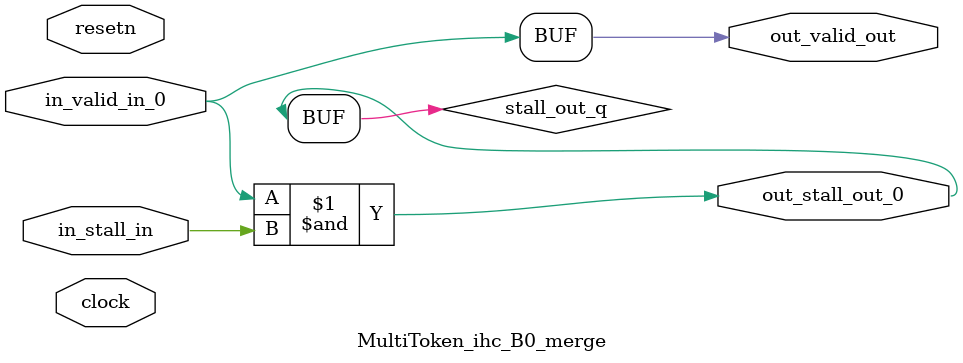
<source format=sv>



(* altera_attribute = "-name AUTO_SHIFT_REGISTER_RECOGNITION OFF; -name MESSAGE_DISABLE 10036; -name MESSAGE_DISABLE 10037; -name MESSAGE_DISABLE 14130; -name MESSAGE_DISABLE 14320; -name MESSAGE_DISABLE 15400; -name MESSAGE_DISABLE 14130; -name MESSAGE_DISABLE 10036; -name MESSAGE_DISABLE 12020; -name MESSAGE_DISABLE 12030; -name MESSAGE_DISABLE 12010; -name MESSAGE_DISABLE 12110; -name MESSAGE_DISABLE 14320; -name MESSAGE_DISABLE 13410; -name MESSAGE_DISABLE 113007; -name MESSAGE_DISABLE 10958" *)
module MultiToken_ihc_B0_merge (
    input wire [0:0] in_stall_in,
    input wire [0:0] in_valid_in_0,
    output wire [0:0] out_stall_out_0,
    output wire [0:0] out_valid_out,
    input wire clock,
    input wire resetn
    );

    wire [0:0] stall_out_q;


    // stall_out(LOGICAL,6)
    assign stall_out_q = in_valid_in_0 & in_stall_in;

    // out_stall_out_0(GPOUT,4)
    assign out_stall_out_0 = stall_out_q;

    // out_valid_out(GPOUT,5)
    assign out_valid_out = in_valid_in_0;

endmodule

</source>
